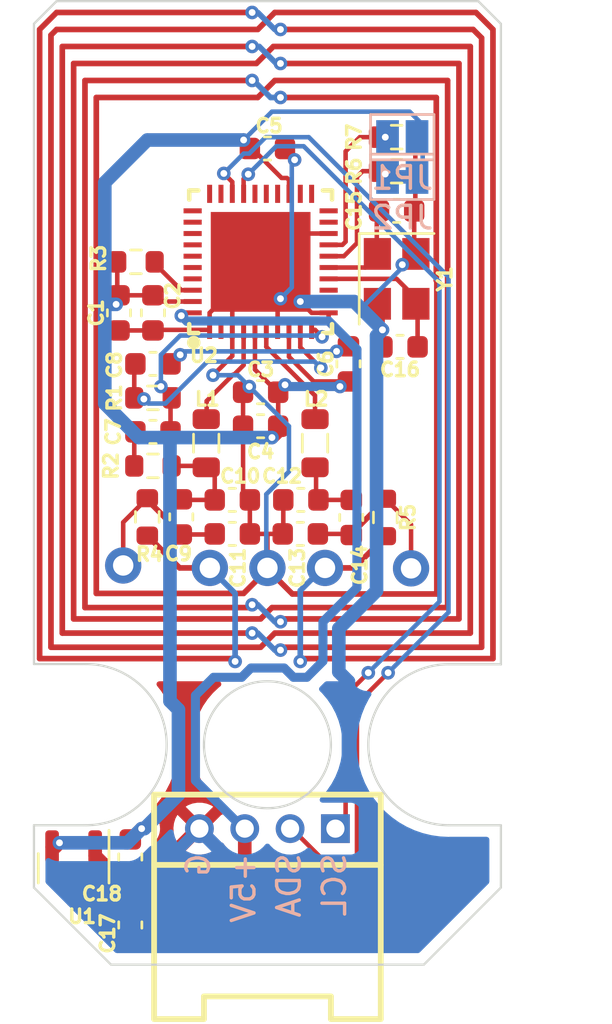
<source format=kicad_pcb>
(kicad_pcb (version 20211014) (generator pcbnew)
  (layers (0 "F.Cu" signal) (31 "B.Cu" signal) (34 "B.Paste" user) (35 "F.Paste" user) (36 "B.SilkS" user "B.Silkscreen") (37 "F.SilkS" user "F.Silkscreen") (38 "B.Mask" user) (39 "F.Mask" user) (44 "Edge.Cuts" user))
  (net 0 "")
  (net 1 "+3V3")
  (net 2 "/SCL")
  (net 3 "/SDA")
  (net 4 "/VMID")
  (net 5 "Net-(C10-Pad1)")
  (net 6 "Net-(C11-Pad1)")
  (net 7 "Net-(C12-Pad2)")
  (net 8 "Net-(C13-Pad2)")
  (net 9 "Net-(C15-Pad1)")
  (net 10 "Net-(C16-Pad1)")
  (net 11 "/TX1")
  (net 12 "/TX2")
  (net 13 "/RSTN")
  (net 14 "/RX")
  (net 15 "Net-(C7-Pad2)")
  (net 34 "GND")
  (net 35 "+5V")
  (net 36 "/I0")
  (net 37 "/I1")
  (footprint "akita:CON_GROVE_H" (layer "F.Cu") (at 10.3 36.5 180)
    (fp_text reference "CN1" hide)
    (fp_text value "CON_GROVE")
  )
  (footprint "libLCSC:QFN-40_L6.0-W6.0-P0.50-TL-EP4.4" (layer "F.Cu") (at 10 11.5 90)
    (fp_text reference "U2")
    (fp_text value "FSVP532")
  )
  (footprint "Resistor_SMD:R_0603_1608Metric" (layer "F.Cu") (at 16 7.5 180)
    (fp_text reference "R6")
    (fp_text value "R")
  )
  (footprint "akita:1p_TH" (layer "F.Cu") (at 12.84 25)
    (fp_text reference "REF**" hide)
    (fp_text value "1p_TH" hide)
  )
  (footprint "Capacitor_SMD:C_0603_1608Metric" (layer "F.Cu") (at 16 9.25)
    (fp_text reference "C15")
    (fp_text value "22p")
  )
  (footprint "akita:1p_TH" (layer "F.Cu") (at 10.3 25)
    (fp_text reference "REF**" hide)
    (fp_text value "1p_TH" hide)
  )
  (footprint "Capacitor_SMD:C_0603_1608Metric" (layer "F.Cu") (at 11.775 22)
    (fp_text reference "C12")
    (fp_text value "C")
  )
  (footprint "Capacitor_SMD:C_0603_1608Metric" (layer "F.Cu") (at 3.75 13.75 -90)
    (fp_text reference "C1")
    (fp_text value "4.7u")
  )
  (footprint "Capacitor_SMD:C_0603_1608Metric" (layer "F.Cu") (at 11.75 23.5)
    (fp_text reference "C13")
    (fp_text value "C")
  )
  (footprint "Capacitor_SMD:C_0603_1608Metric" (layer "F.Cu") (at 5.25 13.75 -90)
    (fp_text reference "C2")
    (fp_text value "0.1u")
  )
  (footprint "Capacitor_SMD:C_0603_1608Metric" (layer "F.Cu") (at 5.25 16 180)
    (fp_text reference "C8")
    (fp_text value "C")
  )
  (footprint "akita:1p_TH" (layer "F.Cu") (at 16.637 25.019)
    (fp_text reference "REF**" hide)
    (fp_text value "1p_TH" hide)
  )
  (footprint "Resistor_SMD:R_0603_1608Metric" (layer "F.Cu") (at 15.5 22.775 -90)
    (fp_text reference "R5")
    (fp_text value "R")
  )
  (footprint "Resistor_SMD:R_0603_1608Metric" (layer "F.Cu") (at 5.25 20.5 180)
    (fp_text reference "R2")
    (fp_text value "R")
  )
  (footprint "Capacitor_SMD:C_0603_1608Metric" (layer "F.Cu") (at 16.15 15.25 180)
    (fp_text reference "C16")
    (fp_text value "22p")
  )
  (footprint "Capacitor_SMD:C_0603_1608Metric" (layer "F.Cu") (at 10.3 6.5)
    (fp_text reference "C5")
    (fp_text value "0.1u")
  )
  (footprint "akita:1p_TH" (layer "F.Cu") (at 3.937 24.892)
    (fp_text reference "REF**" hide)
    (fp_text value "1p_TH" hide)
  )
  (footprint "Resistor_SMD:R_0603_1608Metric" (layer "F.Cu") (at 16 6 180)
    (fp_text reference "R7")
    (fp_text value "R")
  )
  (footprint "Resistor_SMD:R_0603_1608Metric" (layer "F.Cu") (at 5.25 17.5)
    (fp_text reference "R1")
    (fp_text value "R")
  )
  (footprint "Crystal:Crystal_SMD_3225-4Pin_3.2x2.5mm" (layer "F.Cu") (at 16 12.25 -90)
    (fp_text reference "Y1")
    (fp_text value "27.12MHz")
  )
  (footprint "Capacitor_SMD:C_0603_1608Metric" (layer "F.Cu") (at 13.875 16 90)
    (fp_text reference "C6")
    (fp_text value "0.1u")
  )
  (footprint "Resistor_SMD:R_0603_1608Metric" (layer "F.Cu") (at 4.5 11.5 180)
    (fp_text reference "R3")
    (fp_text value "R")
  )
  (footprint "Capacitor_SMD:C_0603_1608Metric" (layer "F.Cu") (at 5.25 19 180)
    (fp_text reference "C7")
    (fp_text value "C")
  )
  (footprint "Capacitor_SMD:C_0603_1608Metric" (layer "F.Cu") (at 10 17.25 180)
    (fp_text reference "C3")
    (fp_text value "4.7u")
  )
  (footprint "Capacitor_SMD:C_0603_1608Metric" (layer "F.Cu") (at 4.25 40.75 90)
    (fp_text reference "C17")
    (fp_text value "0.1u")
  )
  (footprint "Resistor_SMD:R_0603_1608Metric" (layer "F.Cu") (at 5 22.75 -90)
    (fp_text reference "R4")
    (fp_text value "R")
  )
  (footprint "Capacitor_SMD:C_0603_1608Metric" (layer "F.Cu") (at 8.75 23.5)
    (fp_text reference "C11")
    (fp_text value "C")
  )
  (footprint "Inductor_SMD:L_0805_2012Metric" (layer "F.Cu") (at 12.4 19.5 -90)
    (fp_text reference "L2")
    (fp_text value "L")
  )
  (footprint "Capacitor_SMD:C_0603_1608Metric" (layer "F.Cu") (at 6.5 22.75 -90)
    (fp_text reference "C9")
    (fp_text value "C")
  )
  (footprint "Package_TO_SOT_SMD:SOT-23" (layer "F.Cu") (at 1.75 38.25 -90)
    (fp_text reference "U1")
    (fp_text value "HT7533")
  )
  (footprint "akita:1p_TH" (layer "F.Cu") (at 7.76 25)
    (fp_text reference "REF**" hide)
    (fp_text value "1p_TH" hide)
  )
  (footprint "Capacitor_SMD:C_0603_1608Metric" (layer "F.Cu") (at 10 18.75 180)
    (fp_text reference "C4")
    (fp_text value "0.1u")
  )
  (footprint "Capacitor_SMD:C_0603_1608Metric" (layer "F.Cu") (at 14 22.775 -90)
    (fp_text reference "C14")
    (fp_text value "C")
  )
  (footprint "Capacitor_SMD:C_0603_1608Metric" (layer "F.Cu") (at 8.75 22)
    (fp_text reference "C10")
    (fp_text value "C")
  )
  (footprint "Inductor_SMD:L_0805_2012Metric" (layer "F.Cu") (at 7.6 19.5 -90)
    (fp_text reference "L1")
    (fp_text value "L")
  )
  (footprint "Capacitor_SMD:C_0603_1608Metric" (layer "F.Cu") (at 4.25 37.75 -90)
    (fp_text reference "C18")
    (fp_text value "0.1u")
  )
  (footprint "Jumper:SolderJumper-2_P1.3mm_Open_Pad1.0x1.5mm" (layer "B.Cu") (at 16.25 6)
    (fp_text reference "JP1")
    (fp_text value "SolderJumper_2_Open")
  )
  (footprint "Jumper:SolderJumper-2_P1.3mm_Bridged_Pad1.0x1.5mm" (layer "B.Cu") (at 16.25 7.75)
    (fp_text reference "JP2")
    (fp_text value "SolderJumper_2_Bridged")
  )
  (gr_line (start 19.6 0) (end 20.6 1) (layer "Edge.Cuts") (width 0.1))
  (gr_line (start 0 39.1) (end 0 36.35) (layer "Edge.Cuts") (width 0.1))
  (gr_line (start 0 29.24) (end 2.3 29.24) (layer "Edge.Cuts") (width 0.1))
  (gr_line (start 20.6 36.35) (end 20.6 39.1) (layer "Edge.Cuts") (width 0.1))
  (gr_line (start 1 0) (end 19.6 0) (layer "Edge.Cuts") (width 0.1))
  (gr_line (start 0 29.24) (end 0 1) (layer "Edge.Cuts") (width 0.1))
  (gr_line (start 0 39.1) (end 3.4 42.5) (layer "Edge.Cuts") (width 0.1))
  (gr_line (start 3.4 42.5) (end 17.2 42.5) (layer "Edge.Cuts") (width 0.1))
  (gr_arc (start 2.3 29.24) (mid 5.855 32.795) (end 2.3 36.35) (layer "Edge.Cuts") (width 0.1))
  (gr_line (start 0 36.35) (end 2.3 36.35) (layer "Edge.Cuts") (width 0.1))
  (gr_circle (center 10.3 32.8) (end 13.1 32.8) (layer "Edge.Cuts") (width 0.1) (fill none))
  (gr_line (start 18.3 36.35) (end 20.6 36.35) (layer "Edge.Cuts") (width 0.1))
  (gr_line (start 18.3 29.25) (end 20.6 29.25) (layer "Edge.Cuts") (width 0.1))
  (gr_line (start 20.6 29.26) (end 20.6 1) (layer "Edge.Cuts") (width 0.1))
  (gr_line (start 0 1) (end 1 0) (layer "Edge.Cuts") (width 0.1))
  (gr_line (start 17.2 42.5) (end 20.6 39.1) (layer "Edge.Cuts") (width 0.1))
  (gr_arc (start 18.3 36.35) (mid 14.75 32.8) (end 18.3 29.25) (layer "Edge.Cuts") (width 0.1))
  (gr_text "+5V" (at 9.25 37.5 90) (layer "B.SilkS") (effects (font (size 1 1)) (justify left mirror)))
  (gr_text "G" (at 7.25 37.5 90) (layer "B.SilkS") (effects (font (size 1 1)) (justify left mirror)))
  (gr_text "SDA" (at 11.25 37.5 90) (layer "B.SilkS") (effects (font (size 1 1)) (justify left mirror)))
  (gr_text "SCL" (at 13.25 37.5 90) (layer "B.SilkS") (effects (font (size 1 1)) (justify left mirror)))
  (segment (start 10.775 18.75) (end 10.775 17.275) (width 0.2) (layer "F.Cu") (net 1))
  (segment (start 0.9375 37.3125) (end 1.125 37.125) (width 0.6) (layer "F.Cu") (net 1))
  (segment (start 3.75 12.975) (end 5.025 12.975) (width 0.2) (layer "F.Cu") (net 1))
  (segment (start 14 16.775) (end 12.340006 16.775) (width 0.2) (layer "F.Cu") (net 1))
  (segment (start 10.775 18.975) (end 10.5 19.25) (width 0.6) (layer "F.Cu") (net 1))
  (segment (start 3.675 12.8) (end 3.875 13) (width 0.2) (layer "F.Cu") (net 1))
  (segment (start 11.25 8.5) (end 11.25 7.890978) (width 0.2) (layer "F.Cu") (net 1))
  (segment (start 11.25 7.890978) (end 11.159511 7.800489) (width 0.2) (layer "F.Cu") (net 1))
  (segment (start 5.025 12.975) (end 5.25 12.75) (width 0.2) (layer "F.Cu") (net 1))
  (segment (start 4.75 36.5) (end 4.25 37) (width 0.6) (layer "F.Cu") (net 1))
  (segment (start 11.25 15.684994) (end 11.25 14.5) (width 0.2) (layer "F.Cu") (net 1))
  (segment (start 13.875 16.775) (end 13.725 16.775) (width 0.4) (layer "F.Cu") (net 1))
  (segment (start 10.775 17.275) (end 9.75 16.25) (width 0.2) (layer "F.Cu") (net 1))
  (segment (start 10.925489 7.800489) (end 9.625 6.5) (width 0.2) (layer "F.Cu") (net 1))
  (segment (start 11.159511 7.800489) (end 10.925489 7.800489) (width 0.2) (layer "F.Cu") (net 1))
  (segment (start 5.5 13.25) (end 5.25 13) (width 0.2) (layer "F.Cu") (net 1))
  (segment (start 10.775 18.75) (end 10.775 18.975) (width 0.6) (layer "F.Cu") (net 1))
  (segment (start 3.675 11.5) (end 3.675 12.8) (width 0.2) (layer "F.Cu") (net 1))
  (segment (start 0.8 37.3125) (end 0.9375 37.3125) (width 0.6) (layer "F.Cu") (net 1))
  (segment (start 9.75 16.25) (end 9.75 14.5) (width 0.2) (layer "F.Cu") (net 1))
  (segment (start 13.725 16.775) (end 13.5 17) (width 0.4) (layer "F.Cu") (net 1))
  (segment (start 7 13.25) (end 5.5 13.25) (width 0.2) (layer "F.Cu") (net 1))
  (segment (start 12.340006 16.775) (end 11.25 15.684994) (width 0.2) (layer "F.Cu") (net 1))
  (via (at 3.625 13.375) (size 0.6) (drill 0.3) (layers "F.Cu" "B.Cu") (net 1))
  (via (at 4.75 36.5) (size 0.6) (drill 0.3) (layers "F.Cu" "B.Cu") (net 1))
  (via (at 9.25 6.125) (size 0.6) (drill 0.3) (layers "F.Cu" "B.Cu") (net 1))
  (via (at 10.5 19.25) (size 0.6) (drill 0.3) (layers "F.Cu" "B.Cu") (net 1))
  (via (at 1.125 37.125) (size 0.6) (drill 0.3) (layers "F.Cu" "B.Cu") (net 1))
  (via (at 13.5 17) (size 0.6) (drill 0.3) (layers "F.Cu" "B.Cu") (net 1))
  (via (at 11.076089 16.923911) (size 0.6) (drill 0.3) (layers "F.Cu" "B.Cu") (net 1))
  (segment (start 5 6.125) (end 3.125 8) (width 0.6) (layer "B.Cu") (net 1))
  (segment (start 10.5 4.875) (end 16.574022 4.875) (width 0.2) (layer "B.Cu") (net 1))
  (segment (start 6.375 35) (end 4.875 36.5) (width 0.6) (layer "B.Cu") (net 1))
  (segment (start 3.125 13.375) (end 3.625 13.375) (width 0.6) (layer "B.Cu") (net 1))
  (segment (start 9.25 6.125) (end 10.5 4.875) (width 0.2) (layer "B.Cu") (net 1))
  (segment (start 6 19.25) (end 4.61932 19.25) (width 0.6) (layer "B.Cu") (net 1))
  (segment (start 9.25 6.125) (end 5 6.125) (width 0.6) (layer "B.Cu") (net 1))
  (segment (start 17.15 5.450978) (end 17.15 8) (width 0.2) (layer "B.Cu") (net 1))
  (segment (start 3.125 8) (end 3.125 13.375) (width 0.6) (layer "B.Cu") (net 1))
  (segment (start 10.5 19.25) (end 6 19.25) (width 0.6) (layer "B.Cu") (net 1))
  (segment (start 16.574022 4.875) (end 17.15 5.450978) (width 0.2) (layer "B.Cu") (net 1))
  (segment (start 13.5 17) (end 11 17) (width 0.4) (layer "B.Cu") (net 1))
  (segment (start 1.125 37.125) (end 4.125 37.125) (width 0.6) (layer "B.Cu") (net 1))
  (segment (start 3.125 17.75568) (end 3.125 13.375) (width 0.6) (layer "B.Cu") (net 1))
  (segment (start 6.375 31.25) (end 6.375 35) (width 0.6) (layer "B.Cu") (net 1))
  (segment (start 4.875 36.5) (end 4.75 36.5) (width 0.6) (layer "B.Cu") (net 1))
  (segment (start 4.61932 19.25) (end 3.125 17.75568) (width 0.6) (layer "B.Cu") (net 1))
  (segment (start 6 19.25) (end 6 30.875) (width 0.6) (layer "B.Cu") (net 1))
  (segment (start 4.125 37.125) (end 4.75 36.5) (width 0.6) (layer "B.Cu") (net 1))
  (segment (start 6 30.875) (end 6.375 31.25) (width 0.6) (layer "B.Cu") (net 1))
  (segment (start 11 17) (end 11.076089 16.923911) (width 0.4) (layer "B.Cu") (net 1))
  (segment (start 9.25 8.5) (end 9.25 7.840714) (width 0.2) (layer "F.Cu") (net 2))
  (segment (start 13.75 30.625) (end 13.75 36) (width 0.2) (layer "F.Cu") (net 2))
  (segment (start 13.75 36) (end 13.25 36.5) (width 0.2) (layer "F.Cu") (net 2))
  (segment (start 14.75 29.625) (end 13.75 30.625) (width 0.2) (layer "F.Cu") (net 2))
  (segment (start 9.25 7.840714) (end 9.45449 7.636224) (width 0.2) (layer "F.Cu") (net 2))
  (via (at 14.75 29.625) (size 0.6) (drill 0.3) (layers "F.Cu" "B.Cu") (net 2))
  (via (at 9.45449 7.636224) (size 0.6) (drill 0.3) (layers "F.Cu" "B.Cu") (net 2))
  (segment (start 17.88848 12.38848) (end 11.900489 6.400489) (width 0.2) (layer "B.Cu") (net 2))
  (segment (start 11.900489 6.400489) (end 10.690225 6.400489) (width 0.2) (layer "B.Cu") (net 2))
  (segment (start 10.690225 6.400489) (end 9.45449 7.636224) (width 0.2) (layer "B.Cu") (net 2))
  (segment (start 17.88848 26.48652) (end 17.88848 12.38848) (width 0.2) (layer "B.Cu") (net 2))
  (segment (start 14.75 29.625) (end 17.88848 26.48652) (width 0.2) (layer "B.Cu") (net 2))
  (segment (start 15.625 29.6245) (end 14.25 30.9995) (width 0.2) (layer "F.Cu") (net 3))
  (segment (start 14.125 37.875) (end 12.75 37.875) (width 0.2) (layer "F.Cu") (net 3))
  (segment (start 12.75 37.875) (end 11.375 36.5) (width 0.2) (layer "F.Cu") (net 3))
  (segment (start 8.75 7.974981) (end 8.375766 7.600747) (width 0.2) (layer "F.Cu") (net 3))
  (segment (start 8.75 8.5) (end 8.75 7.974981) (width 0.2) (layer "F.Cu") (net 3))
  (segment (start 14.25 37.75) (end 14.125 37.875) (width 0.2) (layer "F.Cu") (net 3))
  (segment (start 14.25 30.9995) (end 14.25 37.75) (width 0.2) (layer "F.Cu") (net 3))
  (via (at 15.625 29.6245) (size 0.6) (drill 0.3) (layers "F.Cu" "B.Cu") (net 3))
  (via (at 8.375766 7.600747) (size 0.6) (drill 0.3) (layers "F.Cu" "B.Cu") (net 3))
  (segment (start 18.288 26.962) (end 15.6255 29.6245) (width 0.2) (layer "B.Cu") (net 3))
  (segment (start 15.6255 29.6245) (end 15.625 29.6245) (width 0.2) (layer "B.Cu") (net 3))
  (segment (start 10.221879 6.00097) (end 12.12597 6.00097) (width 0.2) (layer "B.Cu") (net 3))
  (segment (start 12.12597 6.00097) (end 18.288 12.163) (width 0.2) (layer "B.Cu") (net 3))
  (segment (start 8.375766 7.600747) (end 9.251993 6.72452) (width 0.2) (layer "B.Cu") (net 3))
  (segment (start 18.288 12.163) (end 18.288 26.962) (width 0.2) (layer "B.Cu") (net 3))
  (segment (start 9.251993 6.72452) (end 9.498329 6.72452) (width 0.2) (layer "B.Cu") (net 3))
  (segment (start 9.498329 6.72452) (end 10.221879 6.00097) (width 0.2) (layer "B.Cu") (net 3))
  (segment (start 11.75 15.269086) (end 11.75 14.5) (width 0.2) (layer "F.Cu") (net 4))
  (segment (start 4.425 17.5) (end 4.425 16.025) (width 0.2) (layer "F.Cu") (net 4))
  (segment (start 4.425 16.025) (end 4.45 16) (width 0.2) (layer "F.Cu") (net 4))
  (segment (start 12.656414 16.1755) (end 11.75 15.269086) (width 0.2) (layer "F.Cu") (net 4))
  (via (at 4.85 17.55) (size 0.6) (drill 0.3) (layers "F.Cu" "B.Cu") (net 4))
  (via (at 12.656414 16.1755) (size 0.6) (drill 0.3) (layers "F.Cu" "B.Cu") (net 4))
  (segment (start 12.380914 15.9) (end 7.65 15.9) (width 0.2) (layer "B.Cu") (net 4))
  (segment (start 12.656414 16.1755) (end 12.380914 15.9) (width 0.2) (layer "B.Cu") (net 4))
  (segment (start 5.05 17.75) (end 4.85 17.55) (width 0.2) (layer "B.Cu") (net 4))
  (segment (start 5.8 17.75) (end 5.05 17.75) (width 0.2) (layer "B.Cu") (net 4))
  (segment (start 7.65 15.9) (end 5.8 17.75) (width 0.2) (layer "B.Cu") (net 4))
  (segment (start 7.975 20.9175) (end 7.62 20.5625) (width 0.2) (layer "F.Cu") (net 5))
  (segment (start 6.075 20.5) (end 7.5375 20.5) (width 0.2) (layer "F.Cu") (net 5))
  (segment (start 7.975 22) (end 6.5 22) (width 0.2) (layer "F.Cu") (net 5))
  (segment (start 7.975 22) (end 7.975 20.9175) (width 0.2) (layer "F.Cu") (net 5))
  (segment (start 7.5375 20.5) (end 7.6 20.5625) (width 0.2) (layer "F.Cu") (net 5))
  (segment (start 6.75 21.75) (end 6.5 22) (width 0.2) (layer "F.Cu") (net 5))
  (segment (start 3.937 22.988) (end 5 21.925) (width 0.2) (layer "F.Cu") (net 6))
  (segment (start 7.975 23.525) (end 8 23.5) (width 0.2) (layer "F.Cu") (net 6))
  (segment (start 6.5 23.5) (end 5 22) (width 0.25) (layer "F.Cu") (net 6))
  (segment (start 3.937 24.892) (end 3.937 22.988) (width 0.2) (layer "F.Cu") (net 6))
  (segment (start 6.5 23.525) (end 7.975 23.525) (width 0.2) (layer "F.Cu") (net 6))
  (segment (start 6.5 23.525) (end 6.5 23.5) (width 0.25) (layer "F.Cu") (net 6))
  (segment (start 12.55 22) (end 14 22) (width 0.2) (layer "F.Cu") (net 7))
  (segment (start 12.446 21.896) (end 12.55 22) (width 0.2) (layer "F.Cu") (net 7))
  (segment (start 12.446 20.5625) (end 12.446 21.896) (width 0.2) (layer "F.Cu") (net 7))
  (segment (start 14 23.55) (end 14 23.5) (width 0.25) (layer "F.Cu") (net 8))
  (segment (start 16.637 23.087) (end 15.5 21.95) (width 0.2) (layer "F.Cu") (net 8))
  (segment (start 12.525 23.5) (end 14 23.5) (width 0.2) (layer "F.Cu") (net 8))
  (segment (start 14 23.5) (end 15.5 22) (width 0.25) (layer "F.Cu") (net 8))
  (segment (start 16.637 25.019) (end 16.637 23.087) (width 0.2) (layer "F.Cu") (net 8))
  (segment (start 14.625 11.75) (end 15.25 11.125) (width 0.2) (layer "F.Cu") (net 9))
  (segment (start 15.225 9.25) (end 15.125 9.35) (width 0.2) (layer "F.Cu") (net 9))
  (segment (start 13 11.75) (end 14.625 11.75) (width 0.2) (layer "F.Cu") (net 9))
  (segment (start 15.125 9.35) (end 15.125 11.25) (width 0.2) (layer "F.Cu") (net 9))
  (segment (start 17 13.475) (end 17.225 13.25) (width 0.2) (layer "F.Cu") (net 10))
  (segment (start 16 12.25) (end 17 13.25) (width 0.2) (layer "F.Cu") (net 10))
  (segment (start 16.925 13.45) (end 17 13.375) (width 0.2) (layer "F.Cu") (net 10))
  (segment (start 13 12.25) (end 16 12.25) (width 0.2) (layer "F.Cu") (net 10))
  (segment (start 16.925 15.25) (end 16.925 13.45) (width 0.2) (layer "F.Cu") (net 10))
  (segment (start 9.25 16.054511) (end 8.829031 16.47548) (width 0.2) (layer "F.Cu") (net 11))
  (segment (start 7.62 17.638217) (end 7.62 18.4375) (width 0.2) (layer "F.Cu") (net 11))
  (segment (start 8.782737 16.47548) (end 7.62 17.638217) (width 0.2) (layer "F.Cu") (net 11))
  (segment (start 8.829031 16.47548) (end 8.782737 16.47548) (width 0.2) (layer "F.Cu") (net 11))
  (segment (start 9.25 14.5) (end 9.25 16.054511) (width 0.2) (layer "F.Cu") (net 11))
  (segment (start 12.4 17.4) (end 12.4 18.3915) (width 0.2) (layer "F.Cu") (net 12))
  (segment (start 12.4 18.3915) (end 12.446 18.4375) (width 0.2) (layer "F.Cu") (net 12))
  (segment (start 10.25 15.25) (end 12.4 17.4) (width 0.2) (layer "F.Cu") (net 12))
  (segment (start 10.25 14.5) (end 10.25 15.25) (width 0.2) (layer "F.Cu") (net 12))
  (segment (start 6.5 12.75) (end 5.25 11.5) (width 0.2) (layer "F.Cu") (net 13))
  (segment (start 7 12.75) (end 6.5 12.75) (width 0.2) (layer "F.Cu") (net 13))
  (segment (start 12.25 14.5) (end 12.402178 14.5) (width 0.2) (layer "F.Cu") (net 14))
  (segment (start 6.025 19) (end 6.025 17.55) (width 0.2) (layer "F.Cu") (net 14))
  (segment (start 5.6 17.025) (end 6.075 17.5) (width 0.2) (layer "F.Cu") (net 14))
  (segment (start 6.025 17.55) (end 6.075 17.5) (width 0.2) (layer "F.Cu") (net 14))
  (segment (start 12.402178 14.5) (end 12.710141 14.807963) (width 0.2) (layer "F.Cu") (net 14))
  (segment (start 5.6 17) (end 5.6 17.025) (width 0.2) (layer "F.Cu") (net 14))
  (via (at 5.6 17) (size 0.6) (drill 0.3) (layers "F.Cu" "B.Cu") (net 14))
  (via (at 12.710141 14.807963) (size 0.6) (drill 0.3) (layers "F.Cu" "B.Cu") (net 14))
  (segment (start 6.452162 14.75) (end 6.5 14.75) (width 0.2) (layer "B.Cu") (net 14))
  (segment (start 6.500969 14.750969) (end 12.653147 14.750969) (width 0.2) (layer "B.Cu") (net 14))
  (segment (start 12.653147 14.750969) (end 12.710141 14.807963) (width 0.2) (layer "B.Cu") (net 14))
  (segment (start 5.6 17) (end 5.6 15.602162) (width 0.2) (layer "B.Cu") (net 14))
  (segment (start 5.6 15.602162) (end 6.452162 14.75) (width 0.2) (layer "B.Cu") (net 14))
  (segment (start 6.5 14.75) (end 6.500969 14.750969) (width 0.2) (layer "B.Cu") (net 14))
  (segment (start 12.710141 14.807963) (end 12.652178 14.75) (width 0.2) (layer "B.Cu") (net 14))
  (segment (start 4.425 19.05) (end 4.475 19) (width 0.2) (layer "F.Cu") (net 15))
  (segment (start 4.425 20.5) (end 4.425 19.05) (width 0.2) (layer "F.Cu") (net 15))
  (segment (start 10.625 27.875) (end 19.25 27.875) (width 0.25) (layer "F.Cu") (net 34))
  (segment (start 16.25 11.625) (end 16.375 11.625) (width 0.2) (layer "F.Cu") (net 34))
  (segment (start 9.625 3.5) (end 2.25 3.5) (width 0.25) (layer "F.Cu") (net 34))
  (segment (start 8.75 15.65) (end 8.75 14.5) (width 0.2) (layer "F.Cu") (net 34))
  (segment (start 10 11.5) (end 11.75 13.25) (width 0.6) (layer "F.Cu") (net 34))
  (segment (start 2.7 37.7) (end 3.625 38.625) (width 0.6) (layer "F.Cu") (net 34))
  (segment (start 9.225 17.25) (end 9.225 18.725) (width 0.2) (layer "F.Cu") (net 34))
  (segment (start 17.77452 12.350009) (end 17.77452 26.14952) (width 0.25) (layer "F.Cu") (net 34))
  (segment (start 10.5625 2) (end 9.8125 2.75) (width 0.25) (layer "F.Cu") (net 34))
  (segment (start 8.75 14.5) (end 8.75 13.5) (width 0.2) (layer "F.Cu") (net 34))
  (segment (start 5 23.575) (end 6.425 25) (width 0.25) (layer "F.Cu") (net 34))
  (segment (start 10.25 23.5) (end 11 23.5) (width 0.2) (layer "F.Cu") (net 34))
  (segment (start 2.75 26.125) (end 9.25 26.125) (width 0.25) (layer "F.Cu") (net 34))
  (segment (start 20.25 29) (end 20.25 1.25) (width 0.25) (layer "F.Cu") (net 34))
  (segment (start 19.5 0.5) (end 10.625 0.5) (width 0.25) (layer "F.Cu") (net 34))
  (segment (start 1.25 27.875) (end 9.625 27.875) (width 0.25) (layer "F.Cu") (net 34))
  (segment (start 3.75 14.525) (end 5.225 14.525) (width 0.2) (layer "F.Cu") (net 34))
  (segment (start 19.25 27.875) (end 19.25 2) (width 0.25) (layer "F.Cu") (net 34))
  (segment (start 11.5 7) (end 11.075 6.575) (width 0.2) (layer "F.Cu") (net 34))
  (segment (start 6.425 25) (end 7.76 25) (width 0.25) (layer "F.Cu") (net 34))
  (segment (start 11 22) (end 11 23.5) (width 0.2) (layer "F.Cu") (net 34))
  (segment (start 0.25 29) (end 0.25 1.25) (width 0.25) (layer "F.Cu") (net 34))
  (segment (start 12.25 13.75) (end 12 13.5) (width 0.2) (layer "F.Cu") (net 34))
  (segment (start 2.75 4.25) (end 2.75 26.125) (width 0.25) (layer "F.Cu") (net 34))
  (segment (start 7.125 29) (end 0.25 29) (width 0.25) (layer "F.Cu") (net 34))
  (segment (start 5.225 14.525) (end 5.25 14.5) (width 0.2) (layer "F.Cu") (net 34))
  (segment (start 3.625 38.625) (end 4.125 38.625) (width 0.6) (layer "F.Cu") (net 34))
  (segment (start 9.875 1.25) (end 1 1.25) (width 0.25) (layer "F.Cu") (net 34))
  (segment (start 2.25 26.75) (end 9.5 26.75) (width 0.25) (layer "F.Cu") (net 34))
  (segment (start 15.375 15.15) (end 15.475 15.25) (width 0.2) (layer "F.Cu") (net 34))
  (segment (start 17.77452 26.14952) (end 11.39952 26.14952) (width 0.25) (layer "F.Cu") (net 34))
  (segment (start 1 1.25) (end 0.75 1.5) (width 0.25) (layer "F.Cu") (net 34))
  (segment (start 11.75 29.125) (end 11.875 29) (width 0.25) (layer "F.Cu") (net 34))
  (segment (start 9.525 23.5) (end 10.25 23.5) (width 0.2) (layer "F.Cu") (net 34))
  (segment (start 9.5 26.75) (end 9.625 26.625) (width 0.25) (layer "F.Cu") (net 34))
  (segment (start 7.9 16.5) (end 8.75 15.65) (width 0.2) (layer "F.Cu") (net 34))
  (segment (start 10.75 14.5) (end 10.75 13.5) (width 0.2) (layer "F.Cu") (net 34))
  (segment (start 10 28.5) (end 10.625 27.875) (width 0.25) (layer "F.Cu") (net 34))
  (segment (start 16.775 11.15) (end 16.875 11.25) (width 0.2) (layer "F.Cu") (net 34))
  (segment (start 8.75 29) (end 8.875 29.125) (width 0.25) (layer "F.Cu") (net 34))
  (segment (start 11 27.25) (end 10.875 27.375) (width 0.25) (layer "F.Cu") (net 34))
  (segment (start 10.875 4.25) (end 17.75 4.25) (width 0.25) (layer "F.Cu") (net 34))
  (segment (start 13 10.25) (end 11.625 10.25) (width 0.2) (layer "F.Cu") (net 34))
  (segment (start 13 14.25) (end 14 15.25) (width 0.2) (layer "F.Cu") (net 34))
  (segment (start 17.75 4.25) (end 17.75 12.325489) (width 0.25) (layer "F.Cu") (net 34))
  (segment (start 13.875 15.225) (end 13.575 15.225) (width 0.2) (layer "F.Cu") (net 34))
  (segment (start 16.375 11.625) (end 16.85 11.15) (width 0.2) (layer "F.Cu") (net 34))
  (segment (start 9.875 4.25) (end 2.75 4.25) (width 0.25) (layer "F.Cu") (net 34))
  (segment (start 9.25 26.125) (end 10.375 25) (width 0.25) (layer "F.Cu") (net 34))
  (segment (start 13 13.75) (end 13 14.25) (width 0.2) (layer "F.Cu") (net 34))
  (segment (start 19.25 2) (end 10.5625 2) (width 0.25) (layer "F.Cu") (net 34))
  (segment (start 10.625 0.5) (end 9.875 1.25) (width 0.25) (layer "F.Cu") (net 34))
  (segment (start 18.75 27.25) (end 11 27.25) (width 0.25) (layer "F.Cu") (net 34))
  (segment (start 4.25 38.525) (end 4.25 39.875) (width 0.6) (layer "F.Cu") (net 34))
  (segment (start 2.25 3.5) (end 2.25 26.75) (width 0.25) (layer "F.Cu") (net 34))
  (segment (start 13.575 15.225) (end 13.351097 15.448903) (width 0.2) (layer "F.Cu") (net 34))
  (segment (start 15.375 13.625) (end 15.125 13.375) (width 0.2) (layer "F.Cu") (net 34))
  (segment (start 9.225 18.725) (end 9.25 18.75) (width 0.2) (layer "F.Cu") (net 34))
  (segment (start 6.4 15.6) (end 6 16) (width 0.2) (layer "F.Cu") (net 34))
  (segment (start 5.225 38.525) (end 7.25 36.5) (width 0.6) (layer "F.Cu") (net 34))
  (segment (start 15.375 13.575) (end 15.15 13.35) (width 0.2) (layer "F.Cu") (net 34))
  (segment (start 19.375 1.25) (end 19.75 1.625) (width 0.25) (layer "F.Cu") (net 34))
  (segment (start 15.375 15.25) (end 15.375 13.625) (width 0.2) (layer "F.Cu") (net 34))
  (segment (start 13 13.75) (end 12.25 13.75) (width 0.2) (layer "F.Cu") (net 34))
  (segment (start 17 11.025) (end 17.225 11.25) (width 0.2) (layer "F.Cu") (net 34))
  (segment (start 1.75 2.75) (end 1.75 27.25) (width 0.25) (layer "F.Cu") (net 34))
  (segment (start 2.7 37.3125) (end 2.7 37.7) (width 0.6) (layer "F.Cu") (net 34))
  (segment (start 0.75 1.5) (end 0.75 28.5) (width 0.25) (layer "F.Cu") (net 34))
  (segment (start 10.3 23.55) (end 10.25 23.5) (width 0.2) (layer "F.Cu") (net 34))
  (segment (start 9.225 18.75) (end 9.225 21.975) (width 0.2) (layer "F.Cu") (net 34))
  (segment (start 16.775 9.25) (end 16.775 11.15) (width 0.2) (layer "F.Cu") (net 34))
  (segment (start 10.875 2.75) (end 18.75 2.75) (width 0.25) (layer "F.Cu") (net 34))
  (segment (start 18.25 3.5) (end 10.625 3.5) (width 0.25) (layer "F.Cu") (net 34))
  (segment (start 10.625 3.5) (end 9.875 4.25) (width 0.25) (layer "F.Cu") (net 34))
  (segment (start 1.75 27.25) (end 10 27.25) (width 0.25) (layer "F.Cu") (net 34))
  (segment (start 11 28.5) (end 10.875 28.625) (width 0.25) (layer "F.Cu") (net 34))
  (segment (start 4.25 38.525) (end 5.225 38.525) (width 0.6) (layer "F.Cu") (net 34))
  (segment (start 12.84 25) (end 14.125 25) (width 0.25) (layer "F.Cu") (net 34))
  (segment (start 19.75 1.625) (end 19.75 28.5) (width 0.25) (layer "F.Cu") (net 34))
  (segment (start 1.25 2) (end 1.25 27.875) (width 0.25) (layer "F.Cu") (net 34))
  (segment (start 10.875 1.25) (end 19.375 1.25) (width 0.25) (layer "F.Cu") (net 34))
  (segment (start 7.75 14.5) (end 5.25 14.5) (width 0.2) (layer "F.Cu") (net 34))
  (segment (start 7.125 29) (end 8.75 29) (width 0.25) (layer "F.Cu") (net 34))
  (segment (start 19.75 28.5) (end 11 28.5) (width 0.25) (layer "F.Cu") (net 34))
  (segment (start 10.5 26.75) (end 18.25 26.75) (width 0.25) (layer "F.Cu") (net 34))
  (segment (start 10 27.25) (end 10.5 26.75) (width 0.25) (layer "F.Cu") (net 34))
  (segment (start 9.525 23.475) (end 9.5 23.5) (width 0.2) (layer "F.Cu") (net 34))
  (segment (start 11.875 29) (end 20.25 29) (width 0.25) (layer "F.Cu") (net 34))
  (segment (start 20.25 1.25) (end 19.5 0.5) (width 0.25) (layer "F.Cu") (net 34))
  (segment (start 11.625 10.25) (end 11.5 10.375) (width 0.2) (layer "F.Cu") (net 34))
  (segment (start 6.45 15.6) (end 6.4 15.6) (width 0.2) (layer "F.Cu") (net 34))
  (segment (start 0.75 28.5) (end 10 28.5) (width 0.25) (layer "F.Cu") (net 34))
  (segment (start 17.75 12.325489) (end 17.77452 12.350009) (width 0.25) (layer "F.Cu") (net 34))
  (segment (start 16.825 6) (end 16.825 9.175) (width 0.2) (layer "F.Cu") (net 34))
  (segment (start 14.125 25) (end 15.5 23.625) (width 0.25) (layer "F.Cu") (net 34))
  (segment (start 9.625 2) (end 1.25 2) (width 0.25) (layer "F.Cu") (net 34))
  (segment (start 7.75 13.75) (end 8 13.5) (width 0.2) (layer "F.Cu") (net 34))
  (segment (start 1 0.5) (end 9.5 0.5) (width 0.25) (layer "F.Cu") (net 34))
  (segment (start 9.8125 2.75) (end 1.75 2.75) (width 0.25) (layer "F.Cu") (net 34))
  (segment (start 16.825 9.175) (end 16.75 9.25) (width 0.2) (layer "F.Cu") (net 34))
  (segment (start 0.25 1.25) (end 1 0.5) (width 0.25) (layer "F.Cu") (net 34))
  (segment (start 11.075 6.575) (end 11.075 6.5) (width 0.2) (layer "F.Cu") (net 34))
  (segment (start 18.25 26.75) (end 18.25 3.5) (width 0.25) (layer "F.Cu") (net 34))
  (segment (start 18.75 2.75) (end 18.75 27.25) (width 0.25) (layer "F.Cu") (net 34))
  (segment (start 9.225 21.725) (end 9.5 22) (width 0.2) (layer "F.Cu") (net 34))
  (segment (start 7.75 14.5) (end 7.75 13.75) (width 0.2) (layer "F.Cu") (net 34))
  (segment (start 10.3 25) (end 10.3 23.55) (width 0.2) (layer "F.Cu") (net 34))
  (segment (start 15.375 14.5) (end 15.375 13.575) (width 0.2) (layer "F.Cu") (net 34))
  (segment (start 9.525 22) (end 9.525 23.475) (width 0.2) (layer "F.Cu") (net 34))
  (segment (start 11.39952 26.14952) (end 10.25 25) (width 0.25) (layer "F.Cu") (net 34))
  (via (at 10.875 2.75) (size 0.6) (drill 0.3) (layers "F.Cu" "B.Cu") (net 34))
  (via (at 9.625 2) (size 0.6) (drill 0.3) (layers "F.Cu" "B.Cu") (net 34))
  (via (at 9.5 17) (size 0.6) (drill 0.3) (layers "F.Cu" "B.Cu") (net 34))
  (via (at 15.375 14.5) (size 0.6) (drill 0.3) (layers "F.Cu" "B.Cu") (net 34))
  (via (at 9.625 27.875) (size 0.6) (drill 0.3) (layers "F.Cu" "B.Cu") (net 34))
  (via (at 10.875 28.625) (size 0.6) (drill 0.3) (layers "F.Cu" "B.Cu") (net 34))
  (via (at 11.75 29.125) (size 0.6) (drill 0.3) (layers "F.Cu" "B.Cu") (net 34))
  (via (at 11.5 7) (size 0.6) (drill 0.3) (layers "F.Cu" "B.Cu") (net 34))
  (via (at 10.875 13.125) (size 0.6) (drill 0.3) (layers "F.Cu" "B.Cu") (net 34))
  (via (at 6.45 15.6) (size 0.6) (drill 0.3) (layers "F.Cu" "B.Cu") (net 34))
  (via (at 10.875 27.375) (size 0.6) (drill 0.3) (layers "F.Cu" "B.Cu") (net 34))
  (via (at 10.875 4.25) (size 0.6) (drill 0.3) (layers "F.Cu" "B.Cu") (net 34))
  (via (at 13.351097 15.448903) (size 0.6) (drill 0.3) (layers "F.Cu" "B.Cu") (net 34))
  (via (at 15.375 14.5) (size 0.6) (drill 0.3) (layers "F.Cu" "B.Cu") (net 34))
  (via (at 10.875 1.25) (size 0.6) (drill 0.3) (layers "F.Cu" "B.Cu") (net 34))
  (via (at 11.75 13.25) (size 0.6) (drill 0.3) (layers "F.Cu" "B.Cu") (net 34))
  (via (at 9.625 0.5) (size 0.6) (drill 0.3) (layers "F.Cu" "B.Cu") (net 34))
  (via (at 16.25 11.625) (size 0.6) (drill 0.3) (layers "F.Cu" "B.Cu") (net 34))
  (via (at 8.875 29.125) (size 0.6) (drill 0.3) (layers "F.Cu" "B.Cu") (net 34))
  (via (at 9.625 3.5) (size 0.6) (drill 0.3) (layers "F.Cu" "B.Cu") (net 34))
  (via (at 7.9 16.5) (size 0.6) (drill 0.3) (layers "F.Cu" "B.Cu") (net 34))
  (via (at 9.625 26.625) (size 0.6) (drill 0.3) (layers "F.Cu" "B.Cu") (net 34))
  (segment (start 16.25 11.75) (end 14.478 13.522) (width 0.2) (layer "B.Cu") (net 34))
  (segment (start 14.478 13.522) (end 14.478 13.589) (width 0.2) (layer "B.Cu") (net 34))
  (segment (start 15.375 14.5) (end 15.113 14.762) (width 0.6) (layer "B.Cu") (net 34))
  (segment (start 16.25 11.625) (end 16.25 11.75) (width 0.2) (layer "B.Cu") (net 34))
  (segment (start 11.375 12.625) (end 10.875 13.125) (width 0.2) (layer "B.Cu") (net 34))
  (segment (start 10.875 1.25) (end 10.625 1.25) (width 0.2) (layer "B.Cu") (net 34))
  (segment (start 10.625 28.625) (end 9.875 27.875) (width 0.25) (layer "B.Cu") (net 34))
  (segment (start 8.875 26.125) (end 7.75 25) (width 0.25) (layer "B.Cu") (net 34))
  (segment (start 10.6875 2.75) (end 9.9375 2) (width 0.25) (layer "B.Cu") (net 34))
  (segment (start 10.875 27.375) (end 10.625 27.375) (width 0.25) (layer "B.Cu") (net 34))
  (segment (start 11.75 29.125) (end 11.75 26) (width 0.25) (layer "B.Cu") (net 34))
  (segment (start 10.875 2.75) (end 10.6875 2.75) (width 0.25) (layer "B.Cu") (net 34))
  (segment (start 14.125 13.25) (end 11.75 13.25) (width 0.6) (layer "B.Cu") (net 34))
  (segment (start 11.25 20.75) (end 10.25 21.75) (width 0.2) (layer "B.Cu") (net 34))
  (segment (start 13.44952 29.58525) (end 13.875 30.01073) (width 0.6) (layer "B.Cu") (net 34))
  (segment (start 10.625 27.375) (end 9.875 26.625) (width 0.25) (layer "B.Cu") (net 34))
  (segment (start 14.625 35.25) (end 14.625 38.125) (width 0.6) (layer "B.Cu") (net 34))
  (segment (start 11.25 18.75) (end 11.25 20.75) (width 0.2) (layer "B.Cu") (net 34))
  (segment (start 9.5 17) (end 11.25 18.75) (width 0.2) (layer "B.Cu") (net 34))
  (segment (start 15.113 14.762) (end 15.113 26.012) (width 0.6) (layer "B.Cu") (net 34))
  (segment (start 13.351097 15.448903) (end 6.601097 15.448903) (width 0.2) (layer "B.Cu") (net 34))
  (segment (start 11.75 26) (end 12.75 25) (width 0.25) (layer "B.Cu") (net 34))
  (segment (start 13.875 34.5) (end 14.625 35.25) (width 0.6) (layer "B.Cu") (net 34))
  (segment (start 10.625 1.25) (end 9.875 0.5) (width 0.25) (layer "B.Cu") (net 34))
  (segment (start 9.875 0.5) (end 9.625 0.5) (width 0.2) (layer "B.Cu") (net 34))
  (segment (start 6.601097 15.448903) (end 6.45 15.6) (width 0.2) (layer "B.Cu") (net 34))
  (segment (start 11.375 7.125) (end 11.375 12.625) (width 0.2) (layer "B.Cu") (net 34))
  (segment (start 10.875 4.25) (end 10.4375 4.25) (width 0.25) (layer "B.Cu") (net 34))
  (segment (start 10.4375 4.25) (end 9.6875 3.5) (width 0.25) (layer "B.Cu") (net 34))
  (segment (start 9.875 27.875) (end 9.625 27.875) (width 0.25) (layer "B.Cu") (net 34))
  (segment (start 10.875 28.625) (end 10.625 28.625) (width 0.25) (layer "B.Cu") (net 34))
  (segment (start 10.25 24.875) (end 10.375 25) (width 0.2) (layer "B.Cu") (net 34))
  (segment (start 11.5 7) (end 11.375 7.125) (width 0.2) (layer "B.Cu") (net 34))
  (segment (start 7.9 16.5) (end 9 16.5) (width 0.2) (layer "B.Cu") (net 34))
  (segment (start 8.875 29.125) (end 8.875 26.125) (width 0.25) (layer "B.Cu") (net 34))
  (segment (start 9.6875 3.5) (end 9.625 3.5) (width 0.25) (layer "B.Cu") (net 34))
  (segment (start 14.625 38.125) (end 8.875 38.125) (width 0.6) (layer "B.Cu") (net 34))
  (segment (start 9.875 26.625) (end 9.625 26.625) (width 0.25) (layer "B.Cu") (net 34))
  (segment (start 15.113 26.012) (end 13.44952 27.67548) (width 0.6) (layer "B.Cu") (net 34))
  (segment (start 10.25 21.75) (end 10.25 24.875) (width 0.2) (layer "B.Cu") (net 34))
  (segment (start 8.875 38.125) (end 7.25 36.5) (width 0.6) (layer "B.Cu") (net 34))
  (segment (start 13.44952 27.67548) (end 13.44952 29.58525) (width 0.6) (layer "B.Cu") (net 34))
  (segment (start 9.9375 2) (end 9.625 2) (width 0.25) (layer "B.Cu") (net 34))
  (segment (start 9 16.5) (end 9.5 17) (width 0.2) (layer "B.Cu") (net 34))
  (segment (start 13.875 30.01073) (end 13.875 34.5) (width 0.6) (layer "B.Cu") (net 34))
  (segment (start 15.375 14.5) (end 14.125 13.25) (width 0.6) (layer "B.Cu") (net 34))
  (segment (start 6.625 13.75) (end 6.5 13.875) (width 0.2) (layer "F.Cu") (net 35))
  (segment (start 7 13.75) (end 6.625 13.75) (width 0.2) (layer "F.Cu") (net 35))
  (segment (start 9.3 36.5) (end 9.3 38.325) (width 0.6) (layer "F.Cu") (net 35))
  (segment (start 4.25 41.525) (end 4.025 41.525) (width 0.6) (layer "F.Cu") (net 35))
  (segment (start 4.025 41.525) (end 1.75 39.25) (width 0.6) (layer "F.Cu") (net 35))
  (segment (start 9.3 38.325) (end 6.125 41.5) (width 0.6) (layer "F.Cu") (net 35))
  (segment (start 6.125 41.5) (end 4.375 41.5) (width 0.6) (layer "F.Cu") (net 35))
  (via (at 6.5 13.875) (size 0.6) (drill 0.3) (layers "F.Cu" "B.Cu") (net 35))
  (segment (start 11.449511 29.824511) (end 11.039748 29.414748) (width 0.4) (layer "B.Cu") (net 35))
  (segment (start 14.25 25.875) (end 12.75 27.375) (width 0.4) (layer "B.Cu") (net 35))
  (segment (start 11.039748 29.414748) (end 9.574511 29.414748) (width 0.4) (layer "B.Cu") (net 35))
  (segment (start 14.25 15.358563) (end 14.25 25.875) (width 0.4) (layer "B.Cu") (net 35))
  (segment (start 12.75 29.114259) (end 12.039748 29.824511) (width 0.4) (layer "B.Cu") (net 35))
  (segment (start 12.75 27.375) (end 12.75 29.114259) (width 0.4) (layer "B.Cu") (net 35))
  (segment (start 9.246271 36.5) (end 9.25 36.5) (width 0.4) (layer "B.Cu") (net 35))
  (segment (start 7.925489 29.824511) (end 7.125 30.625) (width 0.4) (layer "B.Cu") (net 35))
  (segment (start 12.039748 29.824511) (end 11.449511 29.824511) (width 0.4) (layer "B.Cu") (net 35))
  (segment (start 12.999889 14.108452) (end 14.25 15.358563) (width 0.4) (layer "B.Cu") (net 35))
  (segment (start 6.766548 14.108452) (end 12.999889 14.108452) (width 0.4) (layer "B.Cu") (net 35))
  (segment (start 7.125 34.378729) (end 9.246271 36.5) (width 0.4) (layer "B.Cu") (net 35))
  (segment (start 7.125 30.625) (end 7.125 34.378729) (width 0.4) (layer "B.Cu") (net 35))
  (segment (start 6.75 14.125) (end 6.766548 14.108452) (width 0.4) (layer "B.Cu") (net 35))
  (segment (start 9.164748 29.824511) (end 7.925489 29.824511) (width 0.4) (layer "B.Cu") (net 35))
  (segment (start 6.5 13.875) (end 6.75 14.125) (width 0.4) (layer "B.Cu") (net 35))
  (segment (start 9.574511 29.414748) (end 9.164748 29.824511) (width 0.4) (layer "B.Cu") (net 35))
  (segment (start 14.250489 7.749511) (end 14.5 7.5) (width 0.2) (layer "F.Cu") (net 36))
  (segment (start 13.674028 11.25) (end 14.250489 10.673539) (width 0.2) (layer "F.Cu") (net 36))
  (segment (start 14.5 7.5) (end 15.25 7.5) (width 0.2) (layer "F.Cu") (net 36))
  (segment (start 13 11.25) (end 13.674028 11.25) (width 0.2) (layer "F.Cu") (net 36))
  (segment (start 14.250489 10.673539) (end 14.250489 7.749511) (width 0.2) (layer "F.Cu") (net 36))
  (via (at 15.5 7.625) (size 0.6) (drill 0.3) (layers "F.Cu" "B.Cu") (net 36))
  (segment (start 15.85 8) (end 15.85 7.975) (width 0.2) (layer "B.Cu") (net 36))
  (segment (start 15.85 7.975) (end 15.5 7.625) (width 0.2) (layer "B.Cu") (net 36))
  (segment (start 14.375 6) (end 15.25 6) (width 0.2) (layer "F.Cu") (net 37))
  (segment (start 13 10.75) (end 13.609022 10.75) (width 0.2) (layer "F.Cu") (net 37))
  (segment (start 13.75 10.609022) (end 13.75 6.625) (width 0.2) (layer "F.Cu") (net 37))
  (segment (start 13.609022 10.75) (end 13.75 10.609022) (width 0.2) (layer "F.Cu") (net 37))
  (segment (start 13.75 6.625) (end 14.375 6) (width 0.2) (layer "F.Cu") (net 37))
  (via (at 15.5 6) (size 0.6) (drill 0.3) (layers "F.Cu" "B.Cu") (net 37))
  (segment (start 15.85 6) (end 15.75 6) (width 0.2) (layer "B.Cu") (net 37))
  (zone (net 34) (net_name "GND") (layers F&B.Cu) (connect_pads (clearance 0.508)) (min_thickness 0.254) (fill yes (thermal_gap 0.508) (thermal_bridge_width 0.508))
    (polygon (pts (xy 21 43) (xy 0 43) (xy 0 30) (xy 21 30)))
  )
)
</source>
